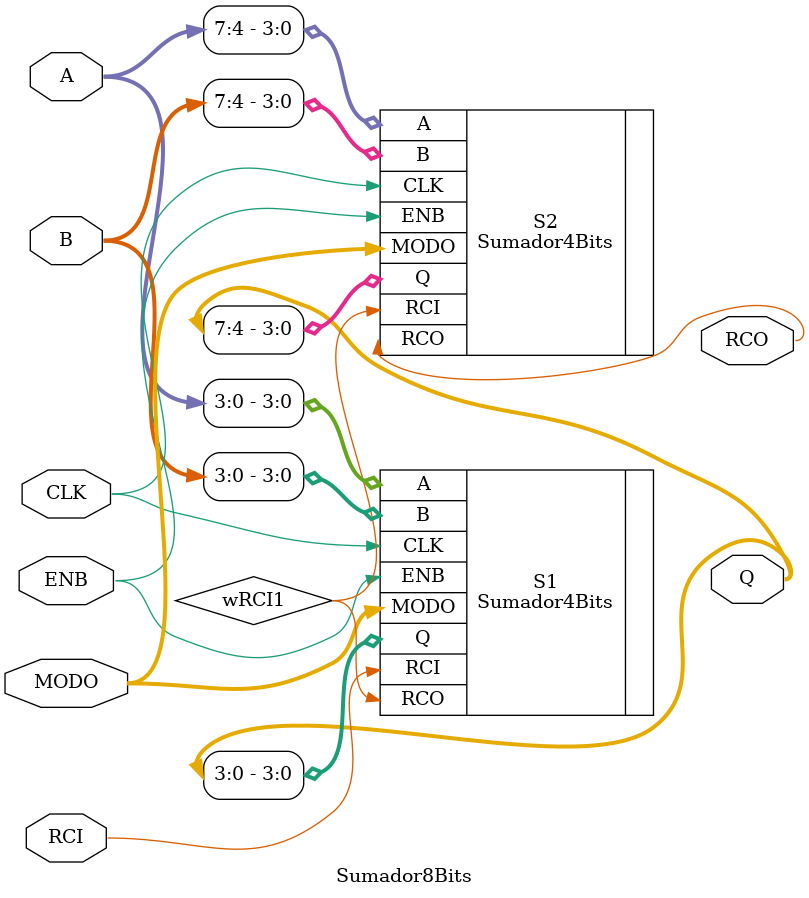
<source format=v>
/* Universidad de Costa Rica
   Escuela de Ingeniería Eléctrica | Circuitos Digitales II - IE0523
   Profesor: Enrique Coen | Asistente: Ana Eugenia Sánchez
   Estudiante: Andrés Chaves Vargas | Carné: B92198 
*/

`include "Sumador4Bits.v"

module Sumador8Bits(
               input [7:0] A, 
               input [7:0] B, 
               input [1:0] MODO, 
               input CLK, 
               input ENB,
               input RCI,
               output [7:0] Q,
               output RCO);
wire wRCI1;

Sumador4Bits S1(.A({A[3], A[2], A[1], A[0]}), .B({B[3], B[2], B[1], B[0]}),
               .MODO({MODO[1], MODO[0]}), .CLK(CLK), .ENB(ENB), .RCI(RCI), .Q({Q[3], Q[2], Q[1], Q[0]}), .RCO(wRCI1));

Sumador4Bits S2(.A({A[7], A[6], A[5], A[4]}), .B({B[7], B[6], B[5], B[4]}),
               .MODO({MODO[1], MODO[0]}), .CLK(CLK), .ENB(ENB), .RCI(wRCI1), .Q({Q[7], Q[6], Q[5], Q[4]}), .RCO(RCO));

endmodule

</source>
